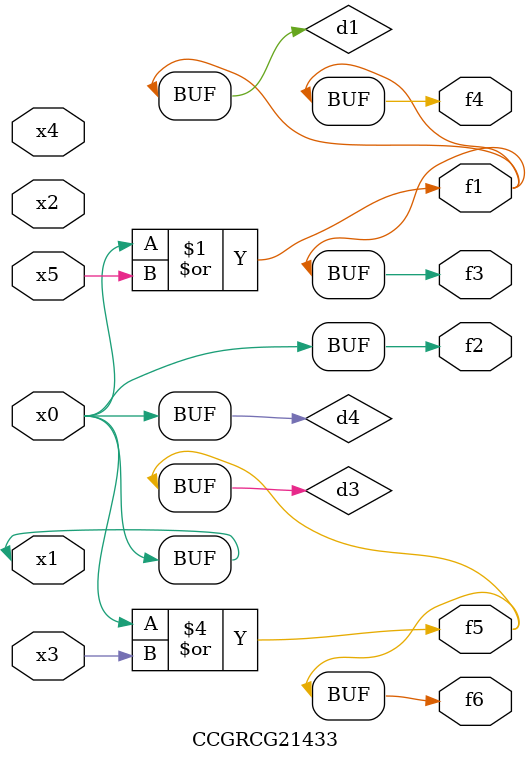
<source format=v>
module CCGRCG21433(
	input x0, x1, x2, x3, x4, x5,
	output f1, f2, f3, f4, f5, f6
);

	wire d1, d2, d3, d4;

	or (d1, x0, x5);
	xnor (d2, x1, x4);
	or (d3, x0, x3);
	buf (d4, x0, x1);
	assign f1 = d1;
	assign f2 = d4;
	assign f3 = d1;
	assign f4 = d1;
	assign f5 = d3;
	assign f6 = d3;
endmodule

</source>
